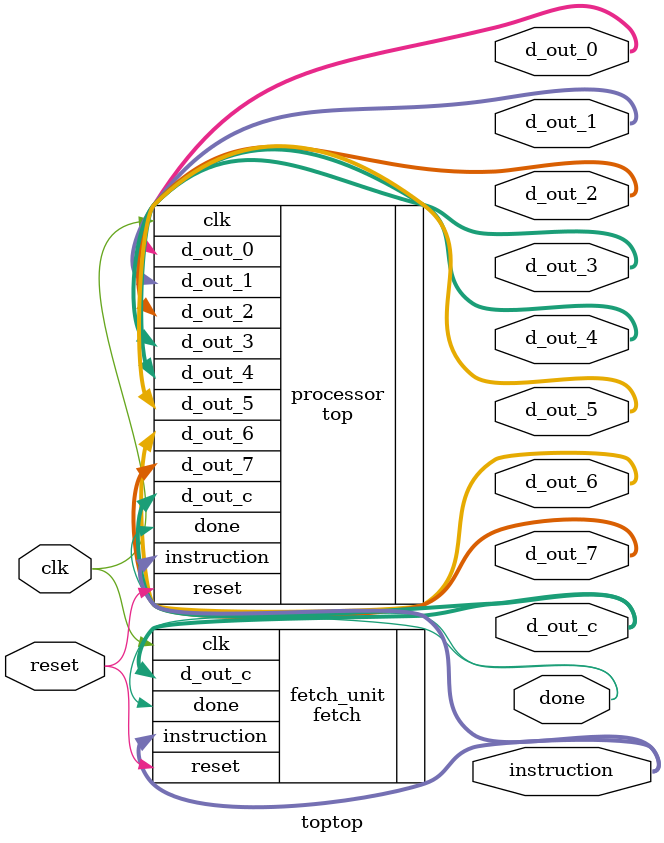
<source format=v>
module toptop (
    input wire clk,            // Clock signal
    input wire reset,          // Reset signal
    output wire done,          // Indicates instruction execution completion
    output wire [15:0] instruction,   // Instruction fetched by the fetch module
    output reg [15:0] d_out_0,
   	 output reg [15:0] d_out_1,
   	 output reg [15:0] d_out_2,
   	 output reg [15:0] d_out_3,
   	 output reg [15:0] d_out_4,
   	 output reg [15:0] d_out_5,
   	 output reg [15:0] d_out_6,
  	 output reg [15:0] d_out_7,
  	 output reg [15:0] d_out_c
);

    // Fetch Unit
    fetch fetch_unit (
    	.d_out_c(d_out_c),
        .clk(clk),
        .reset(reset),
        .done(done),           // Indicates the processor completed the instruction
        .instruction(instruction) // Outputs the fetched instruction
    );

    // Processor (Top Module)
    top processor (
    	.d_out_c(d_out_c),
    	.d_out_0(d_out_0),
   	 .d_out_1(d_out_1),
   	 .d_out_2(d_out_2),
   	 .d_out_3(d_out_3),
   	 .d_out_4(d_out_4),
   	 .d_out_5(d_out_5),
   	 .d_out_6(d_out_6),
  	 .d_out_7(d_out_7),
        .clk(clk),
        .reset(reset),
        .instruction(instruction), // Instruction provided by the fetch module
        .done(done)            // Completion signal from the processor
    );
endmodule

</source>
